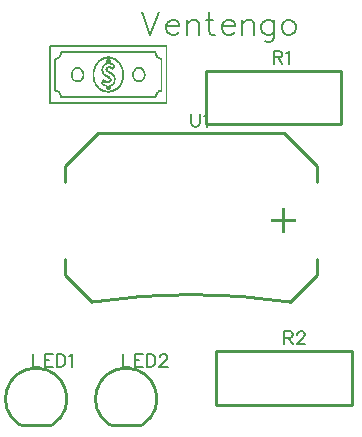
<source format=gto>
G04 Layer: TopSilkscreenLayer*
G04 EasyEDA v6.5.50, 2025-06-16 12:03:04*
G04 55e65c3ac0eb4ad98c6e674942cef6fe,3f078cb1506742e7acfa9f53f525b8a4,10*
G04 Gerber Generator version 0.2*
G04 Scale: 100 percent, Rotated: No, Reflected: No *
G04 Dimensions in millimeters *
G04 leading zeros omitted , absolute positions ,4 integer and 5 decimal *
%FSLAX45Y45*%
%MOMM*%

%ADD10C,0.2032*%
%ADD11C,0.1524*%
%ADD12C,0.2540*%
%ADD13C,0.0199*%

%LPD*%
G36*
X2532684Y5347360D02*
G01*
X1550212Y5347309D01*
X1544320Y5342890D01*
X1541780Y5342890D01*
X1541780Y4870907D01*
X1555191Y4870907D01*
X1555191Y5323789D01*
X1555699Y5326938D01*
X1560169Y5328666D01*
X1565757Y5329326D01*
X2521712Y5329224D01*
X2527401Y5326989D01*
X2528417Y5321350D01*
X2528417Y4873345D01*
X2527401Y4867706D01*
X2521254Y4865471D01*
X1561896Y4865471D01*
X1555750Y4867706D01*
X1555191Y4870907D01*
X1541780Y4870907D01*
X1541780Y4852314D01*
X1544726Y4852314D01*
X1545894Y4850688D01*
X1550416Y4847336D01*
X2532684Y4847336D01*
X2537968Y4850892D01*
X2540508Y4854956D01*
X2541778Y4859985D01*
X2541778Y5334711D01*
X2540508Y5339740D01*
X2537968Y5343804D01*
G37*
G36*
X1650441Y5299506D02*
G01*
X1643532Y5298694D01*
X1640179Y5297728D01*
X1637233Y5294426D01*
X1634642Y5288534D01*
X1634642Y5286451D01*
X1632102Y5275427D01*
X1629003Y5269585D01*
X1624533Y5259120D01*
X1620621Y5254853D01*
X1612442Y5247030D01*
X1605483Y5244084D01*
X1596440Y5241340D01*
X1589532Y5238902D01*
X1586230Y5235295D01*
X1584502Y5232044D01*
X1583283Y5224322D01*
X1583283Y4976825D01*
X1597964Y4976825D01*
X1597964Y5217972D01*
X1600758Y5224322D01*
X1606804Y5225897D01*
X1611579Y5228691D01*
X1612849Y5229910D01*
X1618894Y5232196D01*
X1621485Y5233670D01*
X1624634Y5236768D01*
X1629562Y5240731D01*
X1635302Y5248706D01*
X1638249Y5252110D01*
X1639925Y5256479D01*
X1644396Y5264099D01*
X1646732Y5270550D01*
X1648002Y5276037D01*
X1651152Y5281726D01*
X2431948Y5281726D01*
X2435047Y5276545D01*
X2437739Y5267096D01*
X2440838Y5260594D01*
X2442921Y5257393D01*
X2444699Y5252821D01*
X2449118Y5247081D01*
X2453284Y5240934D01*
X2458618Y5236565D01*
X2461666Y5233670D01*
X2464257Y5232196D01*
X2470099Y5229961D01*
X2476144Y5225948D01*
X2482392Y5224322D01*
X2485186Y5217972D01*
X2485186Y4976723D01*
X2482392Y4970373D01*
X2476144Y4968748D01*
X2470099Y4964734D01*
X2464257Y4962499D01*
X2461666Y4961026D01*
X2458618Y4958130D01*
X2453386Y4953812D01*
X2447899Y4945989D01*
X2444953Y4942636D01*
X2442413Y4936540D01*
X2438146Y4928768D01*
X2434640Y4917592D01*
X2432100Y4912969D01*
X1650898Y4913223D01*
X1648002Y4918659D01*
X1646732Y4924145D01*
X1644446Y4930546D01*
X1639011Y4939944D01*
X1639011Y4941214D01*
X1634439Y4947005D01*
X1629613Y4953965D01*
X1624634Y4957927D01*
X1621485Y4961026D01*
X1619605Y4962144D01*
X1613306Y4964785D01*
X1609852Y4967478D01*
X1607058Y4969103D01*
X1600504Y4970627D01*
X1597964Y4976825D01*
X1583283Y4976825D01*
X1583283Y4970373D01*
X1584502Y4962652D01*
X1586230Y4959451D01*
X1589532Y4955794D01*
X1596440Y4953355D01*
X1605483Y4950612D01*
X1612595Y4947615D01*
X1620012Y4940300D01*
X1622501Y4938776D01*
X1624787Y4935372D01*
X1628698Y4925212D01*
X1632000Y4919624D01*
X1634642Y4908854D01*
X1634693Y4906264D01*
X1636725Y4901285D01*
X1639824Y4897170D01*
X1646123Y4895291D01*
X2437028Y4895291D01*
X2443327Y4897170D01*
X2446426Y4901285D01*
X2448458Y4906264D01*
X2448509Y4908092D01*
X2451709Y4919675D01*
X2454198Y4924399D01*
X2458313Y4935270D01*
X2460244Y4938318D01*
X2464663Y4941620D01*
X2470302Y4947412D01*
X2475941Y4950358D01*
X2486304Y4953203D01*
X2493873Y4955895D01*
X2498140Y4961229D01*
X2499664Y4966360D01*
X2499918Y5222849D01*
X2498953Y5230774D01*
X2497328Y5234787D01*
X2493619Y5238902D01*
X2486710Y5241391D01*
X2476449Y5244033D01*
X2471013Y5246624D01*
X2464663Y5253024D01*
X2460244Y5256377D01*
X2458364Y5259425D01*
X2453843Y5271058D01*
X2451658Y5275021D01*
X2447594Y5291124D01*
X2443683Y5297119D01*
X2440076Y5298186D01*
X2437028Y5299405D01*
G37*
G36*
X2037892Y5251297D02*
G01*
X2034032Y5250891D01*
X2021484Y5248859D01*
X2012442Y5246573D01*
X2003348Y5244947D01*
X1996948Y5242915D01*
X1990547Y5239512D01*
X1985619Y5236159D01*
X1979777Y5233924D01*
X1972259Y5227726D01*
X1966264Y5224576D01*
X1961032Y5220208D01*
X1957984Y5216855D01*
X1952396Y5211775D01*
X1940255Y5197500D01*
X1937105Y5192014D01*
X1934362Y5189067D01*
X1930654Y5183073D01*
X1927961Y5176570D01*
X1924456Y5171694D01*
X1922678Y5167680D01*
X1920646Y5160924D01*
X1917598Y5155082D01*
X1915007Y5148580D01*
X1913331Y5141315D01*
X1911908Y5130901D01*
X1909927Y5120436D01*
X1907946Y5105552D01*
X1907997Y5088636D01*
X1908257Y5086654D01*
X1923897Y5086654D01*
X1923897Y5108041D01*
X1925015Y5124450D01*
X1926234Y5134864D01*
X1933600Y5152847D01*
X1936546Y5161991D01*
X1939696Y5166410D01*
X1942998Y5174640D01*
X1950720Y5184140D01*
X1954428Y5191048D01*
X1957781Y5193741D01*
X1960168Y5197602D01*
X1966163Y5201920D01*
X1974392Y5210759D01*
X1981758Y5214823D01*
X1985822Y5218480D01*
X1996439Y5222646D01*
X2008632Y5230012D01*
X2021941Y5231942D01*
X2065528Y5231688D01*
X2074214Y5230063D01*
X2088032Y5222087D01*
X2096820Y5219242D01*
X2099665Y5216956D01*
X2102256Y5214213D01*
X2108758Y5210759D01*
X2117039Y5201920D01*
X2122982Y5197602D01*
X2125370Y5193741D01*
X2128723Y5191048D01*
X2132431Y5184140D01*
X2140153Y5174640D01*
X2142236Y5169154D01*
X2143658Y5166207D01*
X2146655Y5161889D01*
X2149551Y5152847D01*
X2156917Y5134864D01*
X2158136Y5124450D01*
X2159254Y5108041D01*
X2159254Y5086654D01*
X2158136Y5070246D01*
X2156917Y5059832D01*
X2149551Y5041849D01*
X2146706Y5032908D01*
X2143201Y5027828D01*
X2139950Y5018887D01*
X2132482Y5010607D01*
X2128621Y5003393D01*
X2127199Y5002885D01*
X2123338Y4998161D01*
X2122982Y4997145D01*
X2116582Y4992370D01*
X2109825Y4984191D01*
X2102002Y4980432D01*
X2097582Y4976418D01*
X2089810Y4973066D01*
X2074164Y4964633D01*
X2064664Y4963210D01*
X2048256Y4962144D01*
X2031847Y4962144D01*
X2018030Y4963210D01*
X2008987Y4964633D01*
X1993341Y4973066D01*
X1985467Y4976418D01*
X1981758Y4979924D01*
X1979168Y4981549D01*
X1974392Y4983937D01*
X1966163Y4992827D01*
X1960168Y4997094D01*
X1957781Y5000955D01*
X1954428Y5003647D01*
X1950669Y5010607D01*
X1943201Y5018887D01*
X1940001Y5027777D01*
X1936292Y5033264D01*
X1932686Y5045405D01*
X1926285Y5059375D01*
X1925015Y5070246D01*
X1923897Y5086654D01*
X1908257Y5086654D01*
X1909825Y5074716D01*
X1911959Y5063286D01*
X1913737Y5051044D01*
X1915871Y5043627D01*
X1918563Y5037480D01*
X1920748Y5033568D01*
X1922780Y5026609D01*
X1925066Y5022037D01*
X1927860Y5017566D01*
X1929638Y5012893D01*
X1932330Y5008422D01*
X1938121Y5001056D01*
X1941474Y4995468D01*
X1954530Y4980736D01*
X1959305Y4977180D01*
X1961896Y4973980D01*
X1967179Y4969611D01*
X1972259Y4966970D01*
X1979828Y4960721D01*
X1986076Y4958435D01*
X1990750Y4955032D01*
X1996948Y4951780D01*
X2003348Y4949748D01*
X2012442Y4948123D01*
X2021738Y4945786D01*
X2034895Y4943602D01*
X2048256Y4943602D01*
X2061413Y4945786D01*
X2070760Y4948123D01*
X2079802Y4949748D01*
X2086102Y4951730D01*
X2091740Y4954676D01*
X2096820Y4958232D01*
X2102764Y4960569D01*
X2105710Y4962245D01*
X2110740Y4966716D01*
X2116531Y4969967D01*
X2120849Y4973726D01*
X2124710Y4977892D01*
X2128621Y4980787D01*
X2141677Y4995468D01*
X2145030Y5001056D01*
X2150059Y5007559D01*
X2152497Y5011674D01*
X2155088Y5017770D01*
X2159000Y5023561D01*
X2160473Y5026964D01*
X2162505Y5033772D01*
X2165604Y5039614D01*
X2168144Y5046116D01*
X2169820Y5053380D01*
X2171242Y5063794D01*
X2173325Y5074513D01*
X2175205Y5089652D01*
X2175205Y5105044D01*
X2173325Y5120182D01*
X2171242Y5130901D01*
X2169820Y5141315D01*
X2168144Y5148580D01*
X2165604Y5155082D01*
X2162505Y5160924D01*
X2160473Y5167731D01*
X2159000Y5171135D01*
X2155088Y5176926D01*
X2152497Y5183073D01*
X2148789Y5189067D01*
X2146046Y5192014D01*
X2142896Y5197500D01*
X2130094Y5212486D01*
X2125268Y5216398D01*
X2119985Y5221884D01*
X2115870Y5225135D01*
X2110892Y5227726D01*
X2103374Y5233924D01*
X2097532Y5236159D01*
X2090166Y5240985D01*
X2083714Y5243880D01*
X2072030Y5246878D01*
X2049221Y5250942D01*
G37*
G36*
X2038756Y5227472D02*
G01*
X2033168Y5225491D01*
X2027377Y5220563D01*
X2025599Y5217312D01*
X2024329Y5203748D01*
X2022043Y5197246D01*
X2020874Y5197246D01*
X2013407Y5194046D01*
X2008276Y5188915D01*
X2003348Y5185867D01*
X1999691Y5182260D01*
X1995373Y5175148D01*
X1992375Y5172405D01*
X1990242Y5168188D01*
X1988362Y5161229D01*
X1985873Y5154066D01*
X1983536Y5143296D01*
X1983536Y5139334D01*
X1999030Y5139334D01*
X2000504Y5149291D01*
X2002383Y5158740D01*
X2003958Y5162296D01*
X2008225Y5167325D01*
X2010562Y5171948D01*
X2015439Y5174792D01*
X2020773Y5180279D01*
X2027529Y5181904D01*
X2033168Y5183987D01*
X2037994Y5189575D01*
X2040229Y5197500D01*
X2041296Y5203952D01*
X2044293Y5210911D01*
X2045868Y5206949D01*
X2046681Y5201970D01*
X2047595Y5193741D01*
X2049424Y5189067D01*
X2052167Y5185714D01*
X2055317Y5183378D01*
X2066848Y5181244D01*
X2072132Y5179364D01*
X2075484Y5176266D01*
X2078075Y5174792D01*
X2080869Y5171694D01*
X2080310Y5165191D01*
X2078126Y5161635D01*
X2072589Y5159806D01*
X2070760Y5161178D01*
X2061210Y5166766D01*
X2047239Y5168036D01*
X2035302Y5167579D01*
X2028952Y5164988D01*
X2025548Y5162397D01*
X2022449Y5156758D01*
X2019249Y5152694D01*
X2017420Y5146294D01*
X2016861Y5139690D01*
X2018792Y5132882D01*
X2024329Y5124246D01*
X2028850Y5120792D01*
X2031949Y5117338D01*
X2036165Y5114848D01*
X2040585Y5113324D01*
X2043531Y5111648D01*
X2049881Y5107178D01*
X2053894Y5105247D01*
X2061210Y5103215D01*
X2063800Y5101691D01*
X2068118Y5097221D01*
X2073351Y5094274D01*
X2075434Y5091074D01*
X2078837Y5088128D01*
X2082495Y5082184D01*
X2086406Y5073751D01*
X2089200Y5064302D01*
X2089657Y5057597D01*
X2088591Y5049875D01*
X2086559Y5041950D01*
X2084527Y5036464D01*
X2077669Y5024018D01*
X2069490Y5017871D01*
X2067204Y5015280D01*
X2062784Y5013350D01*
X2056485Y5012283D01*
X2052929Y5010505D01*
X2049780Y5006848D01*
X2048052Y5002885D01*
X2046224Y4990236D01*
X2044344Y4985308D01*
X2041956Y4990033D01*
X2039772Y4998669D01*
X2037384Y5004663D01*
X2034032Y5008524D01*
X2028189Y5011724D01*
X2023211Y5012385D01*
X2015439Y5013960D01*
X2011121Y5015890D01*
X2008327Y5018379D01*
X2003552Y5020818D01*
X2000199Y5023256D01*
X1999437Y5029504D01*
X2001774Y5035956D01*
X2004822Y5038547D01*
X2011121Y5035956D01*
X2015896Y5031841D01*
X2021941Y5028387D01*
X2028393Y5027320D01*
X2042210Y5026202D01*
X2048713Y5026812D01*
X2055622Y5028387D01*
X2057196Y5029352D01*
X2066391Y5039258D01*
X2068220Y5042712D01*
X2069439Y5050383D01*
X2069439Y5063286D01*
X2067306Y5068265D01*
X2058060Y5078323D01*
X2052472Y5081371D01*
X2047849Y5085435D01*
X2040940Y5089398D01*
X2034895Y5090972D01*
X2029510Y5092954D01*
X2026666Y5095341D01*
X2018538Y5099862D01*
X2014118Y5104536D01*
X2006955Y5111496D01*
X2004517Y5113274D01*
X2002586Y5118455D01*
X1999538Y5131917D01*
X1999030Y5139334D01*
X1983536Y5139334D01*
X1983536Y5133390D01*
X1985060Y5127396D01*
X1988362Y5117490D01*
X1989277Y5112410D01*
X1991106Y5106771D01*
X1995627Y5101082D01*
X1997557Y5097373D01*
X2001215Y5094122D01*
X2002332Y5092395D01*
X2008479Y5086705D01*
X2016556Y5082997D01*
X2020519Y5078984D01*
X2024938Y5077104D01*
X2032152Y5074869D01*
X2036622Y5071364D01*
X2050440Y5063693D01*
X2051862Y5061813D01*
X2055672Y5055209D01*
X2052523Y5049164D01*
X2050948Y5047183D01*
X2044598Y5042154D01*
X2036927Y5042154D01*
X2027123Y5045557D01*
X2022297Y5047894D01*
X2018030Y5050993D01*
X2011680Y5054854D01*
X2008987Y5058156D01*
X2005279Y5060645D01*
X1998573Y5058968D01*
X1990750Y5049875D01*
X1988261Y5042916D01*
X1983739Y5037226D01*
X1981047Y5030927D01*
X1980184Y5023662D01*
X1980641Y5021427D01*
X1986076Y5014518D01*
X1991664Y5009134D01*
X1993849Y5007559D01*
X1998014Y5005781D01*
X2002485Y5002326D01*
X2006447Y4999990D01*
X2011578Y4998516D01*
X2018030Y4997399D01*
X2021941Y4994503D01*
X2023516Y4991455D01*
X2025040Y4983784D01*
X2025599Y4977384D01*
X2027478Y4974183D01*
X2032812Y4970068D01*
X2038350Y4968036D01*
X2051304Y4968544D01*
X2055774Y4969662D01*
X2059228Y4974031D01*
X2060600Y4977688D01*
X2061413Y4985766D01*
X2062276Y4990846D01*
X2065426Y4996992D01*
X2075180Y5001514D01*
X2076754Y5003495D01*
X2084628Y5008829D01*
X2092909Y5018836D01*
X2094839Y5023561D01*
X2098548Y5028996D01*
X2101545Y5035956D01*
X2102510Y5045405D01*
X2103221Y5061813D01*
X2102459Y5072735D01*
X2101189Y5079695D01*
X2098802Y5085130D01*
X2094839Y5090160D01*
X2091689Y5097119D01*
X2088184Y5099913D01*
X2084832Y5105146D01*
X2081530Y5108194D01*
X2073910Y5112207D01*
X2069236Y5117134D01*
X2062530Y5120182D01*
X2054301Y5125008D01*
X2050440Y5127599D01*
X2042210Y5130292D01*
X2038350Y5132527D01*
X2036724Y5135727D01*
X2034082Y5139182D01*
X2035098Y5146192D01*
X2038756Y5152542D01*
X2047849Y5152491D01*
X2055164Y5150510D01*
X2061667Y5147411D01*
X2064664Y5144719D01*
X2067712Y5142738D01*
X2077720Y5138115D01*
X2078786Y5138115D01*
X2083358Y5141468D01*
X2091689Y5153761D01*
X2094839Y5161229D01*
X2098040Y5165242D01*
X2099970Y5171948D01*
X2097024Y5179110D01*
X2091740Y5185613D01*
X2084984Y5189372D01*
X2080615Y5193233D01*
X2077466Y5194757D01*
X2067712Y5197348D01*
X2066543Y5198465D01*
X2063292Y5203952D01*
X2061006Y5211673D01*
X2061006Y5217160D01*
X2058924Y5221884D01*
X2055114Y5225948D01*
X2048256Y5227015D01*
G37*
G36*
X1785315Y5162956D02*
G01*
X1779168Y5162804D01*
X1776120Y5162448D01*
X1769211Y5160822D01*
X1764893Y5158638D01*
X1759305Y5157419D01*
X1754682Y5155387D01*
X1751838Y5152542D01*
X1744167Y5146700D01*
X1739341Y5141620D01*
X1735582Y5134356D01*
X1730959Y5127904D01*
X1728419Y5121960D01*
X1727149Y5115509D01*
X1725269Y5096865D01*
X1725576Y5093970D01*
X1739646Y5093970D01*
X1739646Y5101590D01*
X1741068Y5113477D01*
X1743964Y5118963D01*
X1743964Y5120030D01*
X1746199Y5122468D01*
X1752549Y5132070D01*
X1755393Y5134356D01*
X1761388Y5140248D01*
X1765096Y5142128D01*
X1773123Y5144160D01*
X1780032Y5145532D01*
X1786940Y5145125D01*
X1795983Y5143042D01*
X1802790Y5140960D01*
X1806397Y5136743D01*
X1811172Y5133136D01*
X1812086Y5130901D01*
X1820113Y5120640D01*
X1822957Y5104536D01*
X1824278Y5100218D01*
X1824278Y5094884D01*
X1822602Y5087670D01*
X1820062Y5073751D01*
X1813458Y5065776D01*
X1810867Y5061204D01*
X1807362Y5058816D01*
X1802434Y5053787D01*
X1795576Y5051653D01*
X1786077Y5049520D01*
X1775256Y5050078D01*
X1765198Y5052517D01*
X1761388Y5054447D01*
X1755393Y5060340D01*
X1752498Y5062677D01*
X1746656Y5071770D01*
X1744319Y5074259D01*
X1741017Y5081727D01*
X1739646Y5093970D01*
X1725576Y5093970D01*
X1727098Y5079593D01*
X1728673Y5072684D01*
X1731619Y5066284D01*
X1735531Y5060340D01*
X1739341Y5053076D01*
X1744624Y5047742D01*
X1751939Y5042509D01*
X1755749Y5038699D01*
X1761032Y5036820D01*
X1764792Y5036108D01*
X1769211Y5033873D01*
X1775714Y5032197D01*
X1784756Y5031638D01*
X1792833Y5033264D01*
X1799894Y5036159D01*
X1805076Y5037328D01*
X1810918Y5040731D01*
X1814169Y5044084D01*
X1820824Y5048199D01*
X1823059Y5051298D01*
X1825599Y5057038D01*
X1827174Y5058003D01*
X1832000Y5065268D01*
X1833727Y5068773D01*
X1838655Y5085181D01*
X1839823Y5092649D01*
X1839823Y5102047D01*
X1838655Y5109514D01*
X1836064Y5117490D01*
X1833575Y5126380D01*
X1830374Y5132120D01*
X1824786Y5138572D01*
X1823110Y5142941D01*
X1819910Y5147005D01*
X1814169Y5150612D01*
X1810512Y5154371D01*
X1805076Y5157368D01*
X1799894Y5158638D01*
X1792427Y5161381D01*
G37*
G36*
X2307844Y5162956D02*
G01*
X2297074Y5162854D01*
X2284984Y5158892D01*
X2278227Y5157470D01*
X2272893Y5154371D01*
X2268880Y5150104D01*
X2262886Y5146649D01*
X2259736Y5142636D01*
X2257552Y5137658D01*
X2255977Y5136692D01*
X2251151Y5129428D01*
X2249424Y5125923D01*
X2244496Y5109514D01*
X2243328Y5102047D01*
X2243328Y5094884D01*
X2258872Y5094884D01*
X2258872Y5100218D01*
X2260193Y5104536D01*
X2263038Y5120640D01*
X2271064Y5130901D01*
X2271979Y5133136D01*
X2276805Y5136743D01*
X2280310Y5140909D01*
X2285847Y5142585D01*
X2294483Y5144668D01*
X2302103Y5145582D01*
X2308301Y5144516D01*
X2319121Y5141976D01*
X2322576Y5140096D01*
X2325573Y5136642D01*
X2330907Y5131714D01*
X2335072Y5124907D01*
X2338628Y5119979D01*
X2342134Y5113020D01*
X2343505Y5100726D01*
X2343505Y5093970D01*
X2342134Y5081676D01*
X2338628Y5074716D01*
X2335072Y5069789D01*
X2330907Y5062982D01*
X2325573Y5058054D01*
X2322576Y5054600D01*
X2319020Y5052618D01*
X2308758Y5050180D01*
X2301849Y5049164D01*
X2294483Y5050078D01*
X2285441Y5052161D01*
X2280056Y5054193D01*
X2277414Y5058003D01*
X2272842Y5060950D01*
X2269286Y5066284D01*
X2263140Y5073751D01*
X2260549Y5087670D01*
X2258872Y5094884D01*
X2243328Y5094884D01*
X2243328Y5092649D01*
X2244496Y5085181D01*
X2247087Y5077206D01*
X2249424Y5068773D01*
X2251405Y5064810D01*
X2256688Y5057089D01*
X2257552Y5057089D01*
X2260193Y5050891D01*
X2262936Y5047538D01*
X2268575Y5044287D01*
X2273401Y5039715D01*
X2278329Y5037226D01*
X2284984Y5035804D01*
X2295804Y5031994D01*
X2305304Y5032095D01*
X2313990Y5034127D01*
X2317394Y5035753D01*
X2325065Y5037734D01*
X2329180Y5039766D01*
X2331212Y5042255D01*
X2338171Y5047132D01*
X2344623Y5054346D01*
X2347620Y5061305D01*
X2351582Y5066893D01*
X2354326Y5072380D01*
X2356053Y5080152D01*
X2357932Y5097119D01*
X2356408Y5112004D01*
X2354732Y5120944D01*
X2351887Y5127904D01*
X2347620Y5134356D01*
X2343505Y5142026D01*
X2338120Y5147411D01*
X2331618Y5152186D01*
X2328519Y5155387D01*
X2323846Y5157419D01*
X2318258Y5158638D01*
X2315210Y5160365D01*
G37*
D10*
X2324100Y5627878D02*
G01*
X2398013Y5434076D01*
X2471927Y5627878D02*
G01*
X2398013Y5434076D01*
X2532888Y5507989D02*
G01*
X2643631Y5507989D01*
X2643631Y5526278D01*
X2634488Y5544820D01*
X2625090Y5553963D01*
X2606802Y5563362D01*
X2579115Y5563362D01*
X2560574Y5553963D01*
X2542031Y5535676D01*
X2532888Y5507989D01*
X2532888Y5489447D01*
X2542031Y5461762D01*
X2560574Y5443220D01*
X2579115Y5434076D01*
X2606802Y5434076D01*
X2625090Y5443220D01*
X2643631Y5461762D01*
X2704591Y5563362D02*
G01*
X2704591Y5434076D01*
X2704591Y5526278D02*
G01*
X2732277Y5553963D01*
X2750820Y5563362D01*
X2778506Y5563362D01*
X2797047Y5553963D01*
X2806191Y5526278D01*
X2806191Y5434076D01*
X2894838Y5627878D02*
G01*
X2894838Y5470905D01*
X2904236Y5443220D01*
X2922524Y5434076D01*
X2941065Y5434076D01*
X2867152Y5563362D02*
G01*
X2931922Y5563362D01*
X3002025Y5507989D02*
G01*
X3112770Y5507989D01*
X3112770Y5526278D01*
X3103625Y5544820D01*
X3094481Y5553963D01*
X3075940Y5563362D01*
X3048254Y5563362D01*
X3029711Y5553963D01*
X3011170Y5535676D01*
X3002025Y5507989D01*
X3002025Y5489447D01*
X3011170Y5461762D01*
X3029711Y5443220D01*
X3048254Y5434076D01*
X3075940Y5434076D01*
X3094481Y5443220D01*
X3112770Y5461762D01*
X3173729Y5563362D02*
G01*
X3173729Y5434076D01*
X3173729Y5526278D02*
G01*
X3201670Y5553963D01*
X3219958Y5563362D01*
X3247643Y5563362D01*
X3266186Y5553963D01*
X3275329Y5526278D01*
X3275329Y5434076D01*
X3447288Y5563362D02*
G01*
X3447288Y5415534D01*
X3437890Y5387847D01*
X3428745Y5378450D01*
X3410204Y5369305D01*
X3382518Y5369305D01*
X3364229Y5378450D01*
X3447288Y5535676D02*
G01*
X3428745Y5553963D01*
X3410204Y5563362D01*
X3382518Y5563362D01*
X3364229Y5553963D01*
X3345688Y5535676D01*
X3336290Y5507989D01*
X3336290Y5489447D01*
X3345688Y5461762D01*
X3364229Y5443220D01*
X3382518Y5434076D01*
X3410204Y5434076D01*
X3428745Y5443220D01*
X3447288Y5461762D01*
X3554475Y5563362D02*
G01*
X3535934Y5553963D01*
X3517391Y5535676D01*
X3508247Y5507989D01*
X3508247Y5489447D01*
X3517391Y5461762D01*
X3535934Y5443220D01*
X3554475Y5434076D01*
X3582161Y5434076D01*
X3600450Y5443220D01*
X3618991Y5461762D01*
X3628390Y5489447D01*
X3628390Y5507989D01*
X3618991Y5535676D01*
X3600450Y5553963D01*
X3582161Y5563362D01*
X3554475Y5563362D01*
D11*
X1405300Y2731515D02*
G01*
X1405300Y2622550D01*
X1405300Y2622550D02*
G01*
X1467530Y2622550D01*
X1501820Y2731515D02*
G01*
X1501820Y2622550D01*
X1501820Y2731515D02*
G01*
X1569384Y2731515D01*
X1501820Y2679700D02*
G01*
X1543476Y2679700D01*
X1501820Y2622550D02*
G01*
X1569384Y2622550D01*
X1603674Y2731515D02*
G01*
X1603674Y2622550D01*
X1603674Y2731515D02*
G01*
X1640250Y2731515D01*
X1655744Y2726436D01*
X1666158Y2716021D01*
X1671238Y2705607D01*
X1676572Y2689860D01*
X1676572Y2663952D01*
X1671238Y2648457D01*
X1666158Y2638044D01*
X1655744Y2627629D01*
X1640250Y2622550D01*
X1603674Y2622550D01*
X1710862Y2710687D02*
G01*
X1721276Y2716021D01*
X1736770Y2731515D01*
X1736770Y2622550D01*
X2167300Y2731515D02*
G01*
X2167300Y2622550D01*
X2167300Y2622550D02*
G01*
X2229530Y2622550D01*
X2263820Y2731515D02*
G01*
X2263820Y2622550D01*
X2263820Y2731515D02*
G01*
X2331384Y2731515D01*
X2263820Y2679700D02*
G01*
X2305476Y2679700D01*
X2263820Y2622550D02*
G01*
X2331384Y2622550D01*
X2365674Y2731515D02*
G01*
X2365674Y2622550D01*
X2365674Y2731515D02*
G01*
X2402250Y2731515D01*
X2417744Y2726436D01*
X2428158Y2716021D01*
X2433238Y2705607D01*
X2438572Y2689860D01*
X2438572Y2663952D01*
X2433238Y2648457D01*
X2428158Y2638044D01*
X2417744Y2627629D01*
X2402250Y2622550D01*
X2365674Y2622550D01*
X2477942Y2705607D02*
G01*
X2477942Y2710687D01*
X2483276Y2721102D01*
X2488356Y2726436D01*
X2498770Y2731515D01*
X2519598Y2731515D01*
X2530012Y2726436D01*
X2535092Y2721102D01*
X2540426Y2710687D01*
X2540426Y2700273D01*
X2535092Y2689860D01*
X2524678Y2674365D01*
X2472862Y2622550D01*
X2545506Y2622550D01*
X3441700Y5296915D02*
G01*
X3441700Y5187950D01*
X3441700Y5296915D02*
G01*
X3488436Y5296915D01*
X3503929Y5291836D01*
X3509263Y5286502D01*
X3514343Y5276087D01*
X3514343Y5265673D01*
X3509263Y5255260D01*
X3503929Y5250179D01*
X3488436Y5245100D01*
X3441700Y5245100D01*
X3478022Y5245100D02*
G01*
X3514343Y5187950D01*
X3548634Y5276087D02*
G01*
X3559047Y5281421D01*
X3574795Y5296915D01*
X3574795Y5187950D01*
X3530600Y2922015D02*
G01*
X3530600Y2813050D01*
X3530600Y2922015D02*
G01*
X3577336Y2922015D01*
X3592829Y2916936D01*
X3598163Y2911602D01*
X3603243Y2901187D01*
X3603243Y2890773D01*
X3598163Y2880360D01*
X3592829Y2875279D01*
X3577336Y2870200D01*
X3530600Y2870200D01*
X3566922Y2870200D02*
G01*
X3603243Y2813050D01*
X3642868Y2896107D02*
G01*
X3642868Y2901187D01*
X3647947Y2911602D01*
X3653281Y2916936D01*
X3663695Y2922015D01*
X3684270Y2922015D01*
X3694684Y2916936D01*
X3700018Y2911602D01*
X3705097Y2901187D01*
X3705097Y2890773D01*
X3700018Y2880360D01*
X3689604Y2864865D01*
X3637534Y2813050D01*
X3710431Y2813050D01*
X2743200Y4763515D02*
G01*
X2743200Y4685537D01*
X2748279Y4670044D01*
X2758693Y4659629D01*
X2774441Y4654550D01*
X2784856Y4654550D01*
X2800350Y4659629D01*
X2810763Y4670044D01*
X2815843Y4685537D01*
X2815843Y4763515D01*
X2850134Y4742687D02*
G01*
X2860547Y4748021D01*
X2876295Y4763515D01*
X2876295Y4654550D01*
G36*
X3508197Y3965803D02*
G01*
X3508197Y3755796D01*
X3538220Y3755796D01*
X3538220Y3965803D01*
G37*
G36*
X3418179Y3875786D02*
G01*
X3418179Y3845814D01*
X3628186Y3845814D01*
X3628186Y3875786D01*
G37*
D12*
X1300700Y2129500D02*
G01*
X1560700Y2129500D01*
X2062700Y2129500D02*
G01*
X2322700Y2129500D01*
X2867659Y4676139D02*
G01*
X2867659Y5128260D01*
X2867659Y5128260D02*
G01*
X4015740Y5128260D01*
X4015740Y5128260D02*
G01*
X4015740Y4676139D01*
X4015740Y4676139D02*
G01*
X2867659Y4676139D01*
X2956559Y2301239D02*
G01*
X2956559Y2753360D01*
X2956559Y2753360D02*
G01*
X4104640Y2753360D01*
X4104640Y2753360D02*
G01*
X4104640Y2301239D01*
X4104640Y2301239D02*
G01*
X2956559Y2301239D01*
X1679201Y3399299D02*
G01*
X1679201Y3398202D01*
X1906102Y3171301D01*
X3808199Y3399299D02*
G01*
X3808199Y3399200D01*
X3580198Y3171200D01*
X3808199Y3399299D02*
G01*
X3808199Y3532685D01*
X1679201Y3399299D02*
G01*
X1679201Y3532685D01*
X1958202Y4601298D02*
G01*
X1958202Y4601197D01*
X1678203Y4321197D01*
X3528199Y4601298D02*
G01*
X3528199Y4600298D01*
X3807198Y4321299D01*
X3807198Y4321299D02*
G01*
X3807198Y4188914D01*
X1678203Y4321197D02*
G01*
X1678203Y4188914D01*
X3528199Y4601298D02*
G01*
X1958202Y4601298D01*
G75*
G01*
X1568877Y2132330D02*
G03*
X1292525Y2132330I-138176J220244D01*
G75*
G01*
X2330877Y2132330D02*
G03*
X2054525Y2132330I-138176J220244D01*
G75*
G01*
X1906102Y3171302D02*
G02*
X3580130Y3171190I836649J-5470594D01*
M02*

</source>
